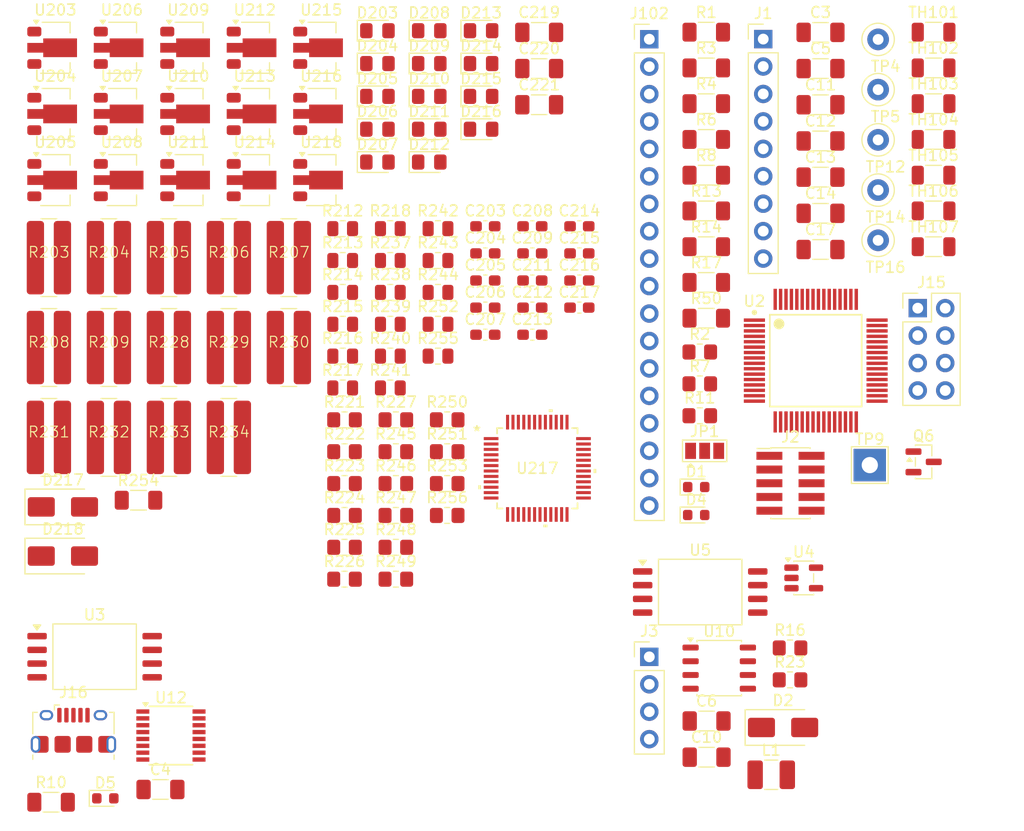
<source format=kicad_pcb>
(kicad_pcb (version 20241229) (generator "pcbnew") (generator_version "9.0")
  (layers (0 "F.Cu" signal) (2 "B.Cu" signal) (13 "F.Paste" user) (15 "B.Paste" user) (5 "F.SilkS" user "F.Silkscreen") (7 "B.SilkS" user "B.Silkscreen") (1 "F.Mask" user) (3 "B.Mask" user) (25 "Edge.Cuts" user))
  (net 0 "")
  (net 1 "RST_N")
  (net 2 "-BATT")
  (net 3 "/UART_USB/5V")
  (net 4 "/UART_USB/GND")
  (net 5 "Net-(U2-VCORE)")
  (net 6 "/GLV interface/GLV+")
  (net 7 "/GLV interface/GLV-")
  (net 8 "/GLV interface/5v")
  (net 9 "VDD")
  (net 10 "Net-(Q6-G)")
  (net 11 "Net-(U217-VC13)")
  (net 12 "Net-(U217-VC14)")
  (net 13 "Net-(U217-VC12)")
  (net 14 "Net-(U217-VC11)")
  (net 15 "Net-(U217-VC10)")
  (net 16 "Net-(U217-VC9)")
  (net 17 "Net-(U217-VC8)")
  (net 18 "Net-(U217-VC7)")
  (net 19 "Net-(U217-VC6)")
  (net 20 "Net-(U217-VC5)")
  (net 21 "Net-(U217-VC4)")
  (net 22 "Net-(U217-VC3)")
  (net 23 "Net-(U217-VC2)")
  (net 24 "Net-(U217-VC1)")
  (net 25 "Net-(U217-VC0)")
  (net 26 "Net-(U217-REG18)")
  (net 27 "/BQ76952 1/BAT")
  (net 28 "Net-(C221-Pad1)")
  (net 29 "Net-(D1-A)")
  (net 30 "Net-(D2-K)")
  (net 31 "Net-(D4-A)")
  (net 32 "Net-(D5-A)")
  (net 33 "Net-(D203-K)")
  (net 34 "/BQ76952 1/13P")
  (net 35 "/BQ76952 1/12P")
  (net 36 "Net-(D204-K)")
  (net 37 "Net-(D205-K)")
  (net 38 "/BQ76952 1/11P")
  (net 39 "/BQ76952 1/10P")
  (net 40 "Net-(D206-K)")
  (net 41 "/BQ76952 1/9P")
  (net 42 "Net-(D207-K)")
  (net 43 "Net-(D208-K)")
  (net 44 "/BQ76952 1/8P")
  (net 45 "Net-(D209-K)")
  (net 46 "/BQ76952 1/7P")
  (net 47 "/BQ76952 1/6P")
  (net 48 "Net-(D210-K)")
  (net 49 "Net-(D211-K)")
  (net 50 "/BQ76952 1/5P")
  (net 51 "/BQ76952 1/4P")
  (net 52 "Net-(D212-K)")
  (net 53 "Net-(D213-K)")
  (net 54 "/BQ76952 1/3P")
  (net 55 "Net-(D214-K)")
  (net 56 "/BQ76952 1/2P")
  (net 57 "Net-(D215-K)")
  (net 58 "/BQ76952 1/1P")
  (net 59 "Net-(D216-K)")
  (net 60 "+BATT")
  (net 61 "Net-(D217-K)")
  (net 62 "Net-(D218-K)")
  (net 63 "/XDS_5v_supply")
  (net 64 "PA11_UART0-RX_XDS")
  (net 65 "/XDS_3v_supply")
  (net 66 "PA10_UART0-TX_XDS")
  (net 67 "PA19_SWDIO")
  (net 69 "PA20_SWCLK")
  (net 72 "/GLV interface/CAN_L")
  (net 73 "/GLV interface/CAN_H")
  (net 74 "Net-(J15-Pin_3)")
  (net 75 "PA16_SPI1_MISO")
  (net 76 "Net-(J15-Pin_7)")
  (net 77 "Net-(J15-Pin_1)")
  (net 78 "PA17_SPI1_SCK")
  (net 79 "PA18_SPI1_MOSI")
  (net 80 "PB19_BBQ_CS")
  (net 81 "Net-(J15-Pin_5)")
  (net 87 "Net-(J16-D+)")
  (net 92 "Net-(J16-D-)")
  (net 96 "onboard 3.3v src")
  (net 97 "Net-(Q6-S)")
  (net 98 "PA15_BBQ_RESET")
  (net 99 "PA7")
  (net 100 "/BQ76952 1/SCL")
  (net 101 "Net-(U2-PA2_ROSC)")
  (net 102 "/BQ76952 1/HDQ")
  (net 103 "/BQ76952 1/CFETOFF")
  (net 104 "Net-(U4-EN)")
  (net 105 "/BQ76952 1/SDA")
  (net 106 "Net-(U10-STBY)")
  (net 107 "/BQ76952 1/RST_SHUT")
  (net 108 "/BQ76952 1/C14Jc")
  (net 109 "/BQ76952 1/C13Jc")
  (net 110 "/BQ76952 1/C12Jc")
  (net 111 "/BQ76952 1/C11Jc")
  (net 112 "/BQ76952 1/C10Jc")
  (net 113 "/BQ76952 1/C9Jc")
  (net 114 "/BQ76952 1/C8Jc")
  (net 115 "/BQ76952 1/C7Jc")
  (net 116 "/BQ76952 1/C6Jc")
  (net 117 "/BQ76952 1/C5Jc")
  (net 118 "/BQ76952 1/C4Jc")
  (net 119 "/BQ76952 1/C3Jc")
  (net 120 "/BQ76952 1/C2Jc")
  (net 121 "/BQ76952 1/C1Jc")
  (net 122 "Net-(U217-PACK)")
  (net 123 "Net-(U217-LD)")
  (net 124 "Net-(U217-BREG)")
  (net 125 "/BQ76952 1/DDSG")
  (net 126 "/BQ76952 1/DCHG")
  (net 127 "/BQ76952 1/ALERT")
  (net 128 "/BQ76952 1/DFETOFF")
  (net 129 "/BQ76952 1/TS3")
  (net 130 "/BQ76952 1/TS2")
  (net 131 "/BQ76952 1/TS1")
  (net 150 "PA12_CAN_TX")
  (net 177 "PA13_CAN_RX")
  (net 181 "Net-(U12-RXD)")
  (net 182 "Net-(U12-TXD)")
  (net 183 "Net-(U10-RXD)")
  (net 184 "Net-(U10-TXD)")
  (net 193 "/BQ76952 1/FUSE")
  (net 194 "/BQ76952 1/DSG")
  (net 196 "Net-(U217-REGIN)")
  (net 197 "/BQ76952 1/PDSG")
  (net 199 "/BQ76952 1/PCHG")
  (net 200 "/BQ0_5v")
  (net 201 "/BQ76952 1/CHG")
  (footprint "Package_TO_SOT_SMD:TSOT-23-5" (layer "F.Cu") (at 92.1225 68.075)
    (property "Reference" "U4")
    (property "Value" "RAA211805")
  )
  (footprint "Package_TO_SOT_SMD:SOT-89-3" (layer "F.Cu") (at 22.8825 31.245)
    (property "Reference" "U205")
    (property "Value" "2PD2150-QX")
  )
  (footprint "Package_TO_SOT_SMD:SOT-89-3" (layer "F.Cu") (at 41.3325 18.995)
    (property "Reference" "U212")
    (property "Value" "2PD2150-QX")
  )
  (footprint "Package_TO_SOT_SMD:SOT-89-3" (layer "F.Cu") (at 29.0325 31.245)
    (property "Reference" "U208")
    (property "Value" "2PD2150-QX")
  )
  (footprint "zzLocalLibraries-Footprints:imperial wide resistor R_ 3264" (layer "F.Cu") (at 33.3825 55.065)
    (property "Reference" "R233")
    (property "Value" "36")
  )
  (footprint "Resistor_SMD:R_1206_3216Metric_Pad1.30x1.75mm_HandSolder" (layer "F.Cu") (at 83.1025 24.17)
    (property "Reference" "R4")
    (property "Value" "150")
  )
  (footprint "Connector_PinHeader_2.54mm:PinHeader_2x04_P2.54mm_Vertical" (layer "F.Cu") (at 102.6725 43.1)
    (property "Reference" "J15")
    (property "Value" "Conn_02x04_Odd_Even")
  )
  (footprint "Resistor_SMD:R_1206_3216Metric_Pad1.30x1.75mm_HandSolder" (layer "F.Cu") (at 83.1025 20.86)
    (property "Reference" "R3")
    (property "Value" "750")
  )
  (footprint "TestPoint:TestPoint_Loop_D2.50mm_Drill1.0mm_LowProfile" (layer "F.Cu") (at 99.0025 36.82)
    (property "Reference" "TP16")
    (property "Value" "TestPoint")
  )
  (footprint "Resistor_SMD:R_0805_2012Metric_Pad1.20x1.40mm_HandSolder" (layer "F.Cu") (at 59.1325 56.39)
    (property "Reference" "R251")
    (property "Value" "226")
  )
  (footprint "Resistor_SMD:R_0805_2012Metric" (layer "F.Cu") (at 53.8725 35.74)
    (property "Reference" "R218")
    (property "Value" "100")
  )
  (footprint "Diode_SMD:D_SMA" (layer "F.Cu") (at 90.2075 81.92)
    (property "Reference" "D2")
    (property "Value" "ES1D")
  )
  (footprint "Resistor_SMD:R_1206_3216Metric" (layer "F.Cu") (at 104.1325 24.17)
    (property "Reference" "TH103")
    (property "Value" "Thermistor")
  )
  (footprint "Resistor_SMD:R_0805_2012Metric_Pad1.20x1.40mm_HandSolder" (layer "F.Cu") (at 49.6325 68.19)
    (property "Reference" "R226")
    (property "Value" "226")
  )
  (footprint "Resistor_SMD:R_0805_2012Metric_Pad1.20x1.40mm_HandSolder" (layer "F.Cu") (at 54.3825 62.29)
    (property "Reference" "R247")
    (property "Value" "226")
  )
  (footprint "Resistor_SMD:R_1206_3216Metric" (layer "F.Cu") (at 104.1325 20.86)
    (property "Reference" "TH102")
    (property "Value" "Thermistor")
  )
  (footprint "Resistor_SMD:R_0805_2012Metric" (layer "F.Cu") (at 58.2825 35.74)
    (property "Reference" "R242")
    (property "Value" "100")
  )
  (footprint "Diode_SMD:D_0805_2012Metric_Pad1.15x1.40mm_HandSolder" (layer "F.Cu") (at 57.4725 29.575)
    (property "Reference" "D212")
    (property "Value" "TS4148")
  )
  (footprint "Package_TO_SOT_SMD:SOT-89-3" (layer "F.Cu") (at 22.8825 18.995)
    (property "Reference" "U203")
    (property "Value" "2PD2150-QX")
  )
  (footprint "Capacitor_SMD:C_1206_3216Metric_Pad1.33x1.80mm_HandSolder" (layer "F.Cu") (at 93.6725 30.97)
    (property "Reference" "C13")
    (property "Value" "220n")
  )
  (footprint "Resistor_SMD:R_1206_3216Metric_Pad1.30x1.75mm_HandSolder" (layer "F.Cu") (at 83.1025 40.72)
    (property "Reference" "R17")
    (property "Value" "150")
  )
  (footprint "Resistor_SMD:R_1206_3216Metric" (layer "F.Cu") (at 104.1325 30.79)
    (property "Reference" "TH105")
    (property "Value" "Thermistor")
  )
  (footprint "Resistor_SMD:R_0805_2012Metric_Pad1.20x1.40mm_HandSolder" (layer "F.Cu") (at 49.6325 65.24)
    (property "Reference" "R225")
    (property "Value" "226")
  )
  (footprint "Resistor_SMD:R_0805_2012Metric_Pad1.20x1.40mm_HandSolder" (layer "F.Cu") (at 49.6325 62.29)
    (property "Reference" "R224")
    (property "Value" "226")
  )
  (footprint "Resistor_SMD:R_0805_2012Metric_Pad1.20x1.40mm_HandSolder" (layer "F.Cu") (at 54.3825 68.19)
    (property "Reference" "R249")
    (property "Value" "226")
  )
  (footprint "Capacitor_SMD:C_1206_3216Metric_Pad1.33x1.80mm_HandSolder" (layer "F.Cu") (at 67.6425 17.57)
    (property "Reference" "C219")
    (property "Value" "10u")
  )
  (footprint "Resistor_SMD:R_1206_3216Metric" (layer "F.Cu") (at 104.1325 34.1)
    (property "Reference" "TH106")
    (property "Value" "Thermistor")
  )
  (footprint "Capacitor_SMD:C_0603_1608Metric_Pad1.08x0.95mm_HandSolder" (layer "F.Cu") (at 62.6625 45.56)
    (property "Reference" "C207")
    (property "Value" "100n")
  )
  (footprint "Capacitor_SMD:C_1206_3216Metric_Pad1.33x1.80mm_HandSolder" (layer "F.Cu") (at 67.6425 20.92)
    (property "Reference" "C220")
    (property "Value" "1u")
  )
  (footprint "zzLocalLibraries-Footprints:imperial wide resistor R_ 3264" (layer "F.Cu") (at 33.3825 46.745)
    (property "Reference" "R228")
    (property "Value" "36")
  )
  (footprint "Connector_PinHeader_2.54mm:PinHeader_1x09_P2.54mm_Vertical" (layer "F.Cu") (at 88.3725 18.19)
    (property "Reference" "J1")
    (property "Value" "Conn_01x09_Socket")
  )
  (footprint "TestPoint:TestPoint_THTPad_3.0x3.0mm_Drill1.5mm" (layer "F.Cu") (at 98.2325 57.63)
    (property "Reference" "TP9")
    (property "Value" "TestPoint")
  )
  (footprint "Capacitor_SMD:C_1206_3216Metric_Pad1.33x1.80mm_HandSolder" (layer "F.Cu") (at 93.6725 24.27)
    (property "Reference" "C11")
    (property "Value" "220n")
  )
  (footprint "Resistor_SMD:R_1206_3216Metric" (layer "F.Cu") (at 104.1325 17.55)
    (property "Reference" "TH101")
    (property "Value" "Thermistor")
  )
  (footprint "Inductor_SMD:L_1210_3225Metric_Pad1.42x2.65mm_HandSolder" (layer "F.Cu") (at 89.1125 86.3)
    (property "Reference" "L1")
    (property "Value" "22u")
  )
  (footprint "Capacitor_SMD:C_1206_3216Metric_Pad1.33x1.80mm_HandSolder" (layer "F.Cu") (at 93.6725 34.32)
    (property "Reference" "C14")
    (property "Value" "10u")
  )
  (footprint "zzLocalLibraries-Footprints:imperial wide resistor R_ 3264" (layer "F.Cu") (at 27.8325 55.065)
    (property "Reference" "R232")
    (property "Value" "36")
  )
  (footprint "Capacitor_SMD:C_1206_3216Metric_Pad1.33x1.80mm_HandSolder" (layer "F.Cu") (at 83.1325 84.67)
    (property "Reference" "C10")
    (property "Value" "10u")
  )
  (footprint "Connector_PinHeader_2.54mm:PinHeader_1x18_P2.54mm_Vertical" (layer "F.Cu") (at 77.8325 18.2)
    (property "Reference" "J102")
    (property "Value" "Conn_01x18_Pin")
  )
  (footprint "Package_TO_SOT_SMD:SOT-89-3" (layer "F.Cu") (at 41.3325 31.245)
    (property "Reference" "U214")
    (property "Value" "2PD2150-QX")
  )
  (footprint "Package_SO:SOIC-8_7.5x5.85mm_P1.27mm" (layer "F.Cu") (at 82.5425 69.38)
    (property "Reference" "U5")
    (property "Value" "STISO620")
  )
  (footprint "Resistor_SMD:R_0805_2012Metric_Pad1.20x1.40mm_HandSolder" (layer "F.Cu") (at 49.6325 59.34)
    (property "Reference" "R223")
    (property "Value" "226")
  )
  (footprint "Resistor_SMD:R_0805_2012Metric" (layer "F.Cu") (at 58.2825 38.69)
    (property "Reference" "R243")
    (property "Value" "100")
  )
  (footprint "zzLocalLibraries-Footprints:imperial wide resistor R_ 3264" (layer "F.Cu") (at 38.9325 46.745)
    (property "Reference" "R229")
    (property "Value" "36")
  )
  (footprint "Resistor_SMD:R_1206_3216Metric" (layer "F.Cu") (at 104.1325 37.41)
    (property "Reference" "TH107")
    (property "Value" "Thermistor")
  )
  (footprint "Diode_SMD:D_0805_2012Metric_Pad1.15x1.40mm_HandSolder" (layer "F.Cu") (at 52.6775 29.575)
    (property "Reference" "D207")
    (property "Value" "TS4148")
  )
  (footprint "Resistor_SMD:R_1206_3216Metric" (layer "F.Cu") (at 104.1325 27.48)
    (property "Reference" "TH104")
    (property "Value" "Thermistor")
  )
  (footprint "Resistor_SMD:R_1206_3216Metric_Pad1.30x1.75mm_HandSolder" (layer "F.Cu") (at 83.1025 37.41)
    (property "Reference" "R14")
    (property "Value" "150")
  )
  (footprint "Diode_SMD:D_0805_2012Metric_Pad1.15x1.40mm_HandSolder" (layer "F.Cu") (at 57.4725 26.535)
    (property "Reference" "D211")
    (property "Value" "TS4148")
  )
  (footprint "Package_SO:SOIC-8_7.5x5.85mm_P1.27mm" (layer "F.Cu") (at 26.5125 75.37)
    (property "Reference" "U3")
    (property "Value" "STISO620")
  )
  (footprint "Package_TO_SOT_SMD:SOT-89-3" (layer "F.Cu") (at 47.4825 25.12)
    (property "Reference" "U216")
    (property "Value" "2PD2150-QX")
  )
  (footprint "Resistor_SMD:R_0805_2012Metric_Pad1.20x1.40mm_HandSolder" (layer "F.Cu") (at 59.1325 62.29)
    (property "Reference" "R256")
    (property "Value" "10k")
  )
  (footprint "Capacitor_SMD:C_1206_3216Metric_Pad1.33x1.80mm_HandSolder" (layer "F.Cu") (at 93.6725 37.67)
    (property "Reference" "C17")
    (property "Value" "100n")
  )
  (footprint "zzLocalLibraries-Footprints:BQ76952_PFB48_TEX" (layer "F.Cu") (at 67.4685 57.926)
    (property "Reference" "U217")
    (property "Value" "PBQ76952PFBT")
  )
  (footprint "Package_TO_SOT_SMD:SOT-89-3" (layer "F.Cu") (at 29.0325 18.995)
    (property "Reference" "U206")
    (property "Value" "2PD2150-QX")
  )
  (footprint "TestPoint:TestPoint_Loop_D2.50mm_Drill1.0mm_LowProfile" (layer "F.Cu") (at 99.0025 32.17)
    (property "Reference" "TP14")
    (property "Value" "TestPoint")
  )
  (footprint "Resistor_SMD:R_0805_2012Metric_Pad1.20x1.40mm_HandSolder" (layer "F.Cu") (at 59.1325 53.44)
    (property "Reference" "R250")
    (property "Value" "226")
  )
  (footprint "zzLocalLibraries-Footprints:imperial wide resistor R_ 3264" (layer "F.Cu") (at 22.2825 55.065)
    (property "Reference" "R231")
    (property "Value" "36")
  )
  (footprint "Resistor_SMD:R_0805_2012Metric" (layer "F.Cu") (at 53.8725 38.69)
    (property "Reference" "R237")
    (property "Value" "100")
  )
  (footprint "Diode_SMD:D_0805_2012Metric_Pad1.15x1.40mm_HandSolder" (layer "F.Cu") (at 62.2675 17.415)
    (property "Reference" "D213")
    (property "Value" "TS4148")
  )
  (footprint "Capacitor_SMD:C_0603_1608Metric_Pad1.08x0.95mm_HandSolder" (layer "F.Cu") (at 62.6625 38.03)
    (property "Reference" "C204")
    (property "Value" "100n")
  )
  (footprint "Resistor_SMD:R_0805_2012Metric_Pad1.20x1.40mm_HandSolder" (layer "F.Cu") (at 54.3825 53.44)
    (property "Reference" "R227")
    (property "Value" "226")
  )
  (footprint "Capacitor_SMD:C_1206_3216Metric_Pad1.33x1.80mm_HandSolder" (layer "F.Cu") (at 67.6425 24.27)
    (property "Reference" "C221")
    (property "Value" "1u")
  )
  (footprint "zzLocalLibraries-Footprints:imperial wide resistor R_ 3264" (layer "F.Cu") (at 38.9325 38.425)
    (property "Reference" "R206")
    (property "Value" "36")
  )
  (footprint "Diode_SMD:D_0805_2012Metric_Pad1.15x1.40mm_HandSolder" (layer "F.Cu") (at 52.6775 23.495)
    (property "Reference" "D205")
    (property "Value" "TS4148")
  )
  (footprint "Resistor_SMD:R_0805_2012Metric_Pad1.20x1.40mm_HandSolder" (layer "F.Cu") (at 49.6325 56.39)
    (property "Reference" "R222")
    (property "Value" "226")
  )
  (footprint "Resistor_SMD:R_1206_3216Metric_Pad1.30x1.75mm_HandSolder" (layer "F.Cu") (at 22.4825 88.84)
    (property "Reference" "R10")
    (property "Value" "750")
  )
  (footprint "Connector_PinHeader_1.27mm:PinHeader_2x05_P1.27mm_Vertical_SMD" (layer "F.Cu") (at 90.8925 59.31)
    (property "Reference" "J2")
    (property "Value" "Conn_02x05_Odd_Even")
  )
  (footprint "Resistor_SMD:R_0805_2012Metric" (layer "F.Cu") (at 53.8725 44.59)
    (property "Reference" "R239")
    (property "Value" "100")
  )
  (footprint "Diode_SMD:D_0805_2012Metric_Pad1.15x1.40mm_HandSolder" (layer "F.Cu") (at 62.2675 20.455)
    (property "Reference" "D214")
    (property "Value" "TS4148")
  )
  (footprint "zzLocalLibraries-Footprints:imperial wide resistor R_ 3264" (layer "F.Cu") (at 33.3825 38.425)
    (property "Reference" "R205")
    (property "Value" "36")
  )
  (footprint "Capacitor_SMD:C_1206_3216Metric_Pad1.33x1.80mm_HandSolder" (layer "F.Cu") (at 93.6725 17.57)
    (property "Reference" "C3")
    (property "Value" "100n")
  )
  (footprint "Resistor_SMD:R_0805_2012Metric_Pad1.20x1.40mm_HandSolder" (layer "F.Cu") (at 82.5025 50.11)
    (property "Reference" "R7")
    (property "Value" "200k")
  )
  (footprint "Diode_SMD:D_0805_2012Metric_Pad1.15x1.40mm_HandSolder" (layer "F.Cu") (at 57.4725 23.495)
    (property "Reference" "D210")
    (property "Value" "TS4148")
  )
  (footprint "Diode_SMD:D_0805_2012Metric_Pad1.15x1.40mm_HandSolder" (layer "F.Cu") (at 52.6775 17.415)
    (property "Reference" "D203")
    (property "Value" "TS4148")
  )
  (footprint "Resistor_SMD:R_1206_3216Metric_Pad1.30x1.75mm_HandSolder" (layer "F.Cu") (at 83.1025 34.1)
    (property "Reference" "R13")
    (property "Value" "150")
  )
  (footprint "Connector_PinHeader_2.54mm:PinHeader_1x04_P2.54mm_Vertical" (layer "F.Cu") (at 77.8325 75.38)
    (property "Reference" "J3")
    (property "Value" "Conn_01x04_Socket")
  )
  (footprint "Resistor_SMD:R_0805_2012Metric" (layer "F.Cu") (at 49.4625 44.59)
    (property "Reference" "R215")
    (property "Value" "100")
  )
  (footprint "Package_TO_SOT_SMD:SOT-89-3" (layer "F.Cu") (at 35.1825 31.245)
    (property "Reference" "U211")
    (property "Value" "2PD2150-QX")
  )
  (footprint "Diode_SMD:D_0805_2012Metric_Pad1.15x1.40mm_HandSolder" (layer "F.Cu") (at 52.6775 26.535)
    (property "Reference" "D206")
    (property "Value" "TS4148")
  )
  (footprint "zzLocalLibraries-Footprints:imperial wide resistor R_ 3264" (layer "F.Cu") (at 44.4825 38.425)
    (property "Reference" "R207")
    (property "Value" "36")
  )
  (footprint "Resistor_SMD:R_0805_2012Metric_Pad1.20x1.40mm_HandSolder" (layer "F.Cu") (at 54.3825 59.34)
    (property "Reference" "R246")
    (property "Value" "226")
  )
  (footprint "Resistor_SMD:R_0805_2012Metric" (layer "F.Cu") (at 49.4625 50.49)
    (property "Reference" "R217")
    (property "Value" "100")
  )
  (footprint "Resistor_SMD:R_0805_2012Metric" (layer "F.Cu") (at 49.4625 41.64)
    (property "Reference" "R214")
    (property "Value" "100")
  )
  (footprint "Capacitor_SMD:C_1206_3216Metric_Pad1.33x1.80mm_HandSolder" (layer "F.Cu") (at 83.1325 81.32)
    (property "Reference" "C6")
    (property "Value" "10u")
  )
  (footprint "Resistor_SMD:R_1206_3216Metric_Pad1.30x1.75mm_HandSolder" (layer "F.Cu") (at 83.1025 27.48)
    (property "Reference" "R6")
    (property "Value" "750")
  )
  (footprint "Resistor_SMD:R_0805_2012Metric" (layer "F.Cu") (at 58.2825 44.59)
    (property "Reference" "R252")
    (property "Value" "100")
  )
  (footprint "Package_TO_SOT_SMD:SOT-89-3" (layer "F.Cu") (at 29.0325 25.12)
    (property "Reference" "U207")
    (property "Value" "2PD2150-QX")
  )
  (footprint "Capacitor_SMD:C_0603_1608Metric_Pad1.08x0.95mm_HandSolder" (layer "F.Cu") (at 71.3625 35.52)
    (property "Reference" "C214")
    (property "Value" "100n")
  )
  (footprint "Resistor_SMD:R_0805_2012Metric_Pad1.20x1.40mm_HandSolder" (layer "F.Cu") (at 59.1325 59.34)
    (property "Reference" "R253")
    (property "Value" "10k")
  )
  (footprint "Diode_SMD:D_0805_2012Metric_Pad1.15x1.40mm_HandSolder" (layer "F.Cu") (at 62.2675 23.495)
    (property "Reference" "D215")
    (property "Value" "TS4148")
  )
  (footprint "Capacitor_SMD:C_1206_3216Metric_Pad1.33x1.80mm_HandSolder" (layer "F.Cu") (at 93.6725 27.62)
    (property "Reference" "C12")
    (property "Value" "220n")
  )
  (footprint "Resistor_SMD:R_0805_2012Metric_Pad1.20x1.40mm_HandSolder" (layer "F.Cu") (at 90.8525 77.51)
    (property "Reference" "R23")
    (property "Value" "200k")
  )
  (footprint "Capacitor_SMD:C_0603_1608Metric_Pad1.08x0.95mm_HandSolder" (layer "F.Cu") (at 62.6625 43.05)
    (property "Reference" "C206")
    (property "Value" "100n")
  )
  (footprint "LED_SMD:LED_0603_1608Metric" (layer "F.Cu") (at 82.1725 62.25)
    (property "Reference" "D4")
    (property "Value" "LED")
  )
  (footprint "TestPoint:TestPoint_Loop_D2.50mm_Drill1.0mm_LowProfile" (layer "F.Cu") (at 99.0025 22.87)
    (property "Reference" "TP5")
    (property "Value" "TestPoint")
  )
  (footprint "Resistor_SMD:R_1206_3216Metric_Pad1.30x1.75mm_HandSolder" (layer "F.Cu") (at 83.1025 17.55)
    (property "Reference" "R1")
    (property "Value" "4.99k")
  )
  (footprint "Capacitor_SMD:C_0603_1608Metric_Pad1.08x0.95mm_HandSolder" (layer "F.Cu") (at 67.0125 45.56)
    (property "Reference" "C213")
    (property "Value" "100n")
  )
  (footprint "Resistor_SMD:R_1206_3216Metric_Pad1.30x1.75mm_HandSolder" (layer "F.Cu") (at 83.1025 44.03)
    (property "Reference" "R50")
    (property "Value" "4.99k")
  )
  (footprint "Package_TO_SOT_SMD:SOT-89-3" (layer "F.Cu") (at 47.4825 18.995)
    (property "Reference" "U215")
    (property "Value" "2PD2150-QX")
  )
  (footprint "Resistor_SMD:R_0805_2012Metric_Pad1.20x1.40mm_HandSolder" (layer "F.Cu") (at 82.5025 53.06)
    (property "Reference" "R11")
    (property "Value" "200k")
  )
  (footprint "Diode_SMD:D_SMA" (layer "F.Cu") (at 23.5775 66.05)
    (property "Reference" "D218")
    (property "Value" "ES1D")
  )
  (footprint "Capacitor_SMD:C_0603_1608Metric_Pad1.08x0.95mm_HandSolder" (layer "F.Cu") (at 67.0125 43.05)
    (property "Reference" "C212")
    (property "Value" "100n")
  )
  (footprint "Capacitor_SMD:C_1206_3216Metric_Pad1.33x1.80mm_HandSolder" (layer "F.Cu") (at 93.6725 20.92)
    (property "Reference" "C5")
    (property "Value" "220n")
  )
  (footprint "Capacitor_SMD:C_0603_1608Metric_Pad1.08x0.95mm_HandSolder" (layer "F.Cu") (at 67.0125 38.03)
    (property "Reference" "C209")
    (property "Value" "100n")
  )
  (footprint "Capacitor_SMD:C_0603_1608Metric_Pad1.08x0.95mm_HandSolder" (layer "F.Cu") (at 71.3625 40.54)
    (property "Reference" "C216")
    (property "Value" "100n")
  )
  (footprint "Resistor_SMD:R_0805_2012Metric" (layer "F.Cu") (at 58.2825 47.54)
    (property "Reference" "R255")
    (property "Value" "100")
  )
  (footprint "TestPoint:TestPoint_Loop_D2.50mm_Drill1.0mm_LowProfile" (layer "F.Cu") (at 99.0025 18.22)
    (property "Reference" "TP4")
    (property "Value" "TestPoint")
  )
  (footprint "LED_SMD:LED_0603_1608Metric" (layer "F.Cu") (at 27.5025 88.48)
    (property "Reference" "D5")
    (property "Value" "LED")
  )
  (footprint "Diode_SMD:D_0805_2012Metric_Pad1.15x1.40mm_HandSolder" (layer "F.Cu") (at 62.2675 26.535)
    (property "Reference" "D216")
    (property "Value" "TS4148")
  )
  (footprint "Resistor_SMD:R_0805_2012Metric" (layer "F.Cu") (at 49.4625 38.69)
    (property "Reference" "R213")
    (property "Value" "100")
  )
  (footprint "zzLocalLibraries-Footprints:MSPM0G3507-64-IPC_A" (layer "F.Cu") (at 93.230601 47.958101)
    (property "Reference" "U2")
    (property "Value" "MCU-MSM0G3507SPM")
  )
  (footprint "Connector_USB:USB_Micro-B_Amphenol_10118194-0001LF_Horizontal" (layer "F.Cu") (at 24.5525 82.18)
    (property "Reference" "J16")
    (property "Value" "USB_B_Micro")
  )
  (footprint "Resistor_SMD:R_0805_2012Metric" (layer "F.Cu") (at 53.8725 41.64)
    (property "Reference" "R238")
    (property "Value" "100")
  )
  (footprint "Package_TO_SOT_SMD:SOT-23" (layer "F.Cu") (at 103.2125 57.33)
    (property "Reference" "Q6")
    (property "Value" "2N7002")
  )
  (footprint "Capacitor_SMD:C_0603_1608Metric_Pad1.08x0.95mm_HandSolder" (layer "F.Cu") (at 62.6625 40.54)
    (property "Reference" "C205")
    (property "Value" "100n")
  )
  (footprint "LED_SMD:LED_0603_1608Metric" (layer "F.Cu") (at 82.1725 59.66)
    (property "Reference" "D1")
    (property "Value" "LED")
  )
  (footprint "Package_TO_SOT_SMD:SOT-89-3" (layer "F.Cu") (at 35.1825 18.995)
    (property "Reference" "U209")
    (property "Value" "2PD2150-QX")
  )
  (footprint "Package_TO_SOT_SMD:SOT-89-3" (layer "F.Cu") (at 47.4825 31.245)
    (property "Reference" "U218")
    (property "Value" "FCX495")
  )
  (footprint "Resistor_SMD:R_0805_2012Metric_Pad1.20x1.40mm_HandSolder" (layer "F.Cu") (at 82.5025 47.16)
    (property "Reference" "R2")
    (property "Value" "200k")
  )
  (footprint "zzLocalLibraries-Footprints:imperial wide resistor R_ 3264" (layer "F.Cu") (at 38.9325 55.065)
    (property "Reference" "R234")
    (property "Value" "36")
  )
  (footprint "Resistor_SMD:R_0805_2012Metric" (layer "F.Cu") (at 58.2825 41.64)
    (property "Reference" "R244")
    (property "Value" "100")
  )
  (footprint "Resistor_SMD:R_0805_2012Metric" (layer "F.Cu") (at 53.8725 47.54)
    (property "Reference" "R240")
    (property "Value" "100")
  )
  (footprint "Capacitor_SMD:C_0603_1608Metric_Pad1.08x0.95mm_HandSolder" (layer "F.Cu") (at 71.3625 38.03)
    (property "Reference" "C215")
    (property "Value" "100n")
  )
  (footprint "Resistor_SMD:R_1206_3216Metric_Pad1.30x1.75mm_HandSolder" (layer "F.Cu") (at 30.5725 60.88)
    (property "Reference" "R254")
    (property "Value" "4.99k")
  )
  (footprint "Jumper:SolderJumper-3_P1.3mm_Open_Pad1.0x1.5mm" (layer "F.Cu") (at 82.9525 56.31)
    (property "Reference" "JP1")
    (property "Value" "SolderJumper_3_Open")
  )
  (footprint "TestPoint:TestPoint_Loop_D2.50mm_Drill1.0mm_LowProfile" (layer "F.Cu") (at 99.0025 27.52)
    (property "Reference" "TP12")
    (property "Value" "TestPoint")
  )
  (footprint "Capacitor_SMD:C_1206_3216Metric_Pad1.33x1.80mm_HandSolder" (layer "F.Cu") (at 32.6025 87.66)
    (property "Reference" "C4")
    (property "Value" "10u")
  )
  (footprint "Resistor_SMD:R_0805_2012Metric_Pad1.20x1.40mm_HandSolder" (layer "F.Cu") (at 54.3825 65.24)
    (property "Reference" "R248")
    (property "Value" "226")
  )
  (footprint "Resistor_SMD:R_0805_2012Metric_Pad1.20x1.40mm_HandSolder" (layer "F.Cu") (at 54.3825 56.39)
    (property "Reference" "R245")
    (property "Value" "226")
  )
  (footprint "Resistor_SMD:R_1206_3216Metric_Pad1.30x1.75mm_HandSolder" (layer "F.Cu") (at 83.1025 30.79)
    (property "Reference" "R8")
    (property "Value" "100k")
  )
  (footprint "Capacitor_SMD:C_0603_1608Metric_Pad1.08x0.95mm_HandSolder" (layer "F.Cu") (at 71.3625 43.05)
    (property "Reference" "C217")
    (property "Value" "100n")
  )
  (footprint "zzLocalLibraries-Footprints:imperial wide resistor R_ 3264" (layer "F.Cu") (at 44.4825 46.745)
    (property "Reference" "R230")
    (property "Value" "36")
  )
  (footprint "Capacitor_SMD:C_0603_1608Metric_Pad1.08x0.95mm_HandSolder" (layer "F.Cu") (at 67.0125 35.52)
    (property "Reference" "C208")
    (property "Value" "100n")
  )
  (footprint "Resistor_SMD:R_0805_2012Metric" (layer "F.Cu") (at 49.4625 35.74)
    (property "Reference" "R212")
    (property "Value" "100")
  )
  (footprint "Package_SO:SSOP-16_3.9x4.9mm_P0.635mm" (layer "F.Cu") (at 33.5725 82.665)
    (property "Reference" "U12")
    (property "Value" "FT230XS")
  )
  (footprint "Package_TO_SOT_SMD:SOT-89-3" (layer "F.Cu") (at 22.8825 25.12)
    (property "Reference" "U204")
    (property "Value" "2PD2150-QX")
  )
  (footprint "Diode_SMD:D_0805_2012Metric_Pad1.15x1.40mm_HandSolder" (layer "F.Cu") (at 52.6775 20.455)
    (property "Reference" "D204")
    (property "Value" "TS4148")
  )
  (footprint "Diode_SMD:D_0805_2012Metric_Pad1.15x1.40mm_HandSolder" (layer "F.Cu") (at 57.4725 20.455)
    (property "Reference" "D209")
    (property "Value" "TS4148")
  )
  (footprint "Resistor_SMD:R_0805_2012Metric_Pad1.20x1.40mm_HandSolder" (layer "F.Cu") (at 90.8525 74.56)
    (property "Reference" "R16")
    (property "Value" "200k")
  )
  (footprint "Capacitor_SMD:C_0603_1608Metric_Pad1.08x0.95mm_HandSolder" (layer "F.Cu") (at 62.6625 35.52)
    (property "Reference" "C203")
    (property "Value" "100n")
  )
  (footprint "Package_TO_SOT_SMD:SOT-89-3" (layer "F.Cu") (at 41.3325 25.12)
    (property "Reference" "U213")
    (property "Value" "2PD2150-QX")
  )
  (footprint "Diode_SMD:D_0805_2012Metric_Pad1.15x1.40mm_HandSolder" (layer "F.Cu") (at 57.4725 17.415)
    (property "Reference" "D208")
    (property "Value" "TS4148")
  )
  (footprint "Package_SO:JEITA_SOIC-8_3.9x4.9mm_P1.27mm" (layer "F.Cu") (at 84.3025 76.425)
    (property "Reference" "U10")
    (property "Value" "MCP2542FDxMF")
  )
  (footprint "Resistor_SMD:R_0805_2012Metric" (layer "F.Cu") (at 49.4625 47.54)
    (property "Reference" "R216")
    (property "Value" "100")
  )
  (footprint "zzLocalLibraries-Footprints:imperial wide resistor R_ 3264" (layer "F.Cu") (at 22.2825 46.745)
    (property "Reference" "R208")
    (property "Value" "36")
  )
  (footprint "Package_TO_SOT_SMD:SOT-89-3" (layer "F.Cu") (at 35.1825 25.12)
    (property "Reference" "U210")
    (property "Value" "2PD2150-QX")
  )
  (footprint "Resistor_SMD:R_0805_2012Metric" (layer "F.Cu") (at 53.8725 50.49)
    (property "Reference" "R241")
    (property "Value" "100")
  )
  (footprint "zzLocalLibraries-Footprints:imperial wide resistor R_ 3264" (layer "F.Cu") (at 22.2825 38.425)
    (property "Reference" "R203")
    (property "Value" "36")
  )
  (footprint "Diode_SMD:D_SMA" (layer "F.Cu") (at 23.5775 61.5)
    (property "Reference" "D217")
    (property "Value" "ES1D")
  )
  (footprint "zzLocalLibraries-Footprints:imperial wide resistor R_ 3264" (layer "F.Cu") (at 27.8325 38.425)
    (property "Reference" "R204")
    (property "Value" "36")
  )
  (footprint "Capacitor_SMD:C_0603_1608Metric_Pad1.08x0.95mm_HandSolder" (layer "F.Cu") (at 67.0125 40.54)
    (property "Reference" "C211")
    (property "Value" "100n")
  )
  (footprint "Resistor_SMD:R_0805_2012Metric_Pad1.20x1.40mm_HandSolder" (layer "F.Cu") (at 49.6325 53.44)
    (property "Reference" "R221")
    (property "Value" "226")
  )
  (footprint "zzLocalLibraries-Footprints:imperial wide resistor R_ 3264" (layer "F.Cu") (at 27.8325 46.745)
    (property "Reference" "R209")
    (property "Value" "36")
  )
)
</source>
